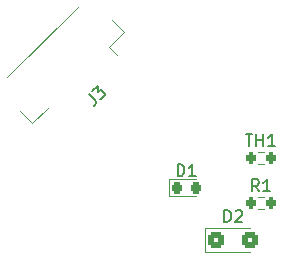
<source format=gbr>
%TF.GenerationSoftware,KiCad,Pcbnew,9.0.6*%
%TF.CreationDate,2026-01-10T16:59:14-06:00*%
%TF.ProjectId,hall_effect_breakout,68616c6c-5f65-4666-9665-63745f627265,rev?*%
%TF.SameCoordinates,Original*%
%TF.FileFunction,Legend,Top*%
%TF.FilePolarity,Positive*%
%FSLAX46Y46*%
G04 Gerber Fmt 4.6, Leading zero omitted, Abs format (unit mm)*
G04 Created by KiCad (PCBNEW 9.0.6) date 2026-01-10 16:59:14*
%MOMM*%
%LPD*%
G01*
G04 APERTURE LIST*
G04 Aperture macros list*
%AMRoundRect*
0 Rectangle with rounded corners*
0 $1 Rounding radius*
0 $2 $3 $4 $5 $6 $7 $8 $9 X,Y pos of 4 corners*
0 Add a 4 corners polygon primitive as box body*
4,1,4,$2,$3,$4,$5,$6,$7,$8,$9,$2,$3,0*
0 Add four circle primitives for the rounded corners*
1,1,$1+$1,$2,$3*
1,1,$1+$1,$4,$5*
1,1,$1+$1,$6,$7*
1,1,$1+$1,$8,$9*
0 Add four rect primitives between the rounded corners*
20,1,$1+$1,$2,$3,$4,$5,0*
20,1,$1+$1,$4,$5,$6,$7,0*
20,1,$1+$1,$6,$7,$8,$9,0*
20,1,$1+$1,$8,$9,$2,$3,0*%
G04 Aperture macros list end*
%ADD10C,0.150000*%
%ADD11C,0.120000*%
%ADD12C,4.000000*%
%ADD13RoundRect,0.250000X-0.601041X0.954594X-0.954594X0.601041X0.601041X-0.954594X0.954594X-0.601041X0*%
%ADD14RoundRect,0.150000X-0.388909X0.601041X-0.601041X0.388909X0.388909X-0.601041X0.601041X-0.388909X0*%
%ADD15RoundRect,0.250000X-0.400000X-0.450000X0.400000X-0.450000X0.400000X0.450000X-0.400000X0.450000X0*%
%ADD16RoundRect,0.200000X-0.200000X-0.275000X0.200000X-0.275000X0.200000X0.275000X-0.200000X0.275000X0*%
%ADD17RoundRect,0.218750X-0.218750X-0.256250X0.218750X-0.256250X0.218750X0.256250X-0.218750X0.256250X0*%
G04 APERTURE END LIST*
D10*
X93868612Y-93679517D02*
X94373688Y-94184593D01*
X94373688Y-94184593D02*
X94441032Y-94319280D01*
X94441032Y-94319280D02*
X94441032Y-94453967D01*
X94441032Y-94453967D02*
X94373688Y-94588654D01*
X94373688Y-94588654D02*
X94306345Y-94655998D01*
X94137986Y-93410143D02*
X94575719Y-92972410D01*
X94575719Y-92972410D02*
X94609391Y-93477486D01*
X94609391Y-93477486D02*
X94710406Y-93376471D01*
X94710406Y-93376471D02*
X94811421Y-93342799D01*
X94811421Y-93342799D02*
X94878765Y-93342799D01*
X94878765Y-93342799D02*
X94979780Y-93376471D01*
X94979780Y-93376471D02*
X95148139Y-93544830D01*
X95148139Y-93544830D02*
X95181810Y-93645845D01*
X95181810Y-93645845D02*
X95181810Y-93713188D01*
X95181810Y-93713188D02*
X95148139Y-93814204D01*
X95148139Y-93814204D02*
X94946108Y-94016234D01*
X94946108Y-94016234D02*
X94845093Y-94049906D01*
X94845093Y-94049906D02*
X94777749Y-94049906D01*
X105306905Y-104499819D02*
X105306905Y-103499819D01*
X105306905Y-103499819D02*
X105545000Y-103499819D01*
X105545000Y-103499819D02*
X105687857Y-103547438D01*
X105687857Y-103547438D02*
X105783095Y-103642676D01*
X105783095Y-103642676D02*
X105830714Y-103737914D01*
X105830714Y-103737914D02*
X105878333Y-103928390D01*
X105878333Y-103928390D02*
X105878333Y-104071247D01*
X105878333Y-104071247D02*
X105830714Y-104261723D01*
X105830714Y-104261723D02*
X105783095Y-104356961D01*
X105783095Y-104356961D02*
X105687857Y-104452200D01*
X105687857Y-104452200D02*
X105545000Y-104499819D01*
X105545000Y-104499819D02*
X105306905Y-104499819D01*
X106259286Y-103595057D02*
X106306905Y-103547438D01*
X106306905Y-103547438D02*
X106402143Y-103499819D01*
X106402143Y-103499819D02*
X106640238Y-103499819D01*
X106640238Y-103499819D02*
X106735476Y-103547438D01*
X106735476Y-103547438D02*
X106783095Y-103595057D01*
X106783095Y-103595057D02*
X106830714Y-103690295D01*
X106830714Y-103690295D02*
X106830714Y-103785533D01*
X106830714Y-103785533D02*
X106783095Y-103928390D01*
X106783095Y-103928390D02*
X106211667Y-104499819D01*
X106211667Y-104499819D02*
X106830714Y-104499819D01*
X107109286Y-97084819D02*
X107680714Y-97084819D01*
X107395000Y-98084819D02*
X107395000Y-97084819D01*
X108014048Y-98084819D02*
X108014048Y-97084819D01*
X108014048Y-97561009D02*
X108585476Y-97561009D01*
X108585476Y-98084819D02*
X108585476Y-97084819D01*
X109585476Y-98084819D02*
X109014048Y-98084819D01*
X109299762Y-98084819D02*
X109299762Y-97084819D01*
X109299762Y-97084819D02*
X109204524Y-97227676D01*
X109204524Y-97227676D02*
X109109286Y-97322914D01*
X109109286Y-97322914D02*
X109014048Y-97370533D01*
X108228333Y-101894819D02*
X107895000Y-101418628D01*
X107656905Y-101894819D02*
X107656905Y-100894819D01*
X107656905Y-100894819D02*
X108037857Y-100894819D01*
X108037857Y-100894819D02*
X108133095Y-100942438D01*
X108133095Y-100942438D02*
X108180714Y-100990057D01*
X108180714Y-100990057D02*
X108228333Y-101085295D01*
X108228333Y-101085295D02*
X108228333Y-101228152D01*
X108228333Y-101228152D02*
X108180714Y-101323390D01*
X108180714Y-101323390D02*
X108133095Y-101371009D01*
X108133095Y-101371009D02*
X108037857Y-101418628D01*
X108037857Y-101418628D02*
X107656905Y-101418628D01*
X109180714Y-101894819D02*
X108609286Y-101894819D01*
X108895000Y-101894819D02*
X108895000Y-100894819D01*
X108895000Y-100894819D02*
X108799762Y-101037676D01*
X108799762Y-101037676D02*
X108704524Y-101132914D01*
X108704524Y-101132914D02*
X108609286Y-101180533D01*
X101344405Y-100624819D02*
X101344405Y-99624819D01*
X101344405Y-99624819D02*
X101582500Y-99624819D01*
X101582500Y-99624819D02*
X101725357Y-99672438D01*
X101725357Y-99672438D02*
X101820595Y-99767676D01*
X101820595Y-99767676D02*
X101868214Y-99862914D01*
X101868214Y-99862914D02*
X101915833Y-100053390D01*
X101915833Y-100053390D02*
X101915833Y-100196247D01*
X101915833Y-100196247D02*
X101868214Y-100386723D01*
X101868214Y-100386723D02*
X101820595Y-100481961D01*
X101820595Y-100481961D02*
X101725357Y-100577200D01*
X101725357Y-100577200D02*
X101582500Y-100624819D01*
X101582500Y-100624819D02*
X101344405Y-100624819D01*
X102868214Y-100624819D02*
X102296786Y-100624819D01*
X102582500Y-100624819D02*
X102582500Y-99624819D01*
X102582500Y-99624819D02*
X102487262Y-99767676D01*
X102487262Y-99767676D02*
X102392024Y-99862914D01*
X102392024Y-99862914D02*
X102296786Y-99910533D01*
D11*
%TO.C,J3*%
X88037467Y-95133928D02*
X89062772Y-96159233D01*
X89062772Y-96159233D02*
X90335564Y-94886441D01*
X95546941Y-89675064D02*
X96246977Y-90375100D01*
X92902362Y-86280952D02*
X86941452Y-92241862D01*
X95794428Y-87376967D02*
X96819733Y-88402272D01*
X96819733Y-88402272D02*
X95546941Y-89675064D01*
%TO.C,D2*%
X103685000Y-105035000D02*
X103685000Y-107055000D01*
X103685000Y-105035000D02*
X107445000Y-105035000D01*
X103685000Y-107055000D02*
X107445000Y-107055000D01*
%TO.C,TH1*%
X108157742Y-98537500D02*
X108632258Y-98537500D01*
X108157742Y-99582500D02*
X108632258Y-99582500D01*
%TO.C,R1*%
X108157742Y-103392500D02*
X108632258Y-103392500D01*
X108157742Y-102347500D02*
X108632258Y-102347500D01*
%TO.C,D1*%
X100597500Y-100865000D02*
X100597500Y-102335000D01*
X100597500Y-102335000D02*
X102882500Y-102335000D01*
X102882500Y-100865000D02*
X100597500Y-100865000D01*
%TD*%
%LPC*%
D12*
%TO.C,H10*%
X115570000Y-101600000D03*
%TD*%
%TO.C,H11*%
X87630000Y-101600000D03*
%TD*%
%TO.C,H12*%
X101600000Y-115570000D03*
%TD*%
%TO.C,H13*%
X101600000Y-87630000D03*
%TD*%
D13*
%TO.C,J3*%
X87259650Y-93634862D03*
X94295362Y-86599150D03*
D14*
X90830539Y-94589456D03*
X91714422Y-93705573D03*
X92598306Y-92821689D03*
X93482189Y-91937806D03*
X94366073Y-91053922D03*
X95249956Y-90170039D03*
%TD*%
D15*
%TO.C,D2*%
X104595000Y-106045000D03*
X107495000Y-106045000D03*
%TD*%
D16*
%TO.C,TH1*%
X107570000Y-99060000D03*
X109220000Y-99060000D03*
%TD*%
%TO.C,R1*%
X109220000Y-102870000D03*
X107570000Y-102870000D03*
%TD*%
D17*
%TO.C,D1*%
X101295000Y-101600000D03*
X102870000Y-101600000D03*
%TD*%
%LPD*%
M02*

</source>
